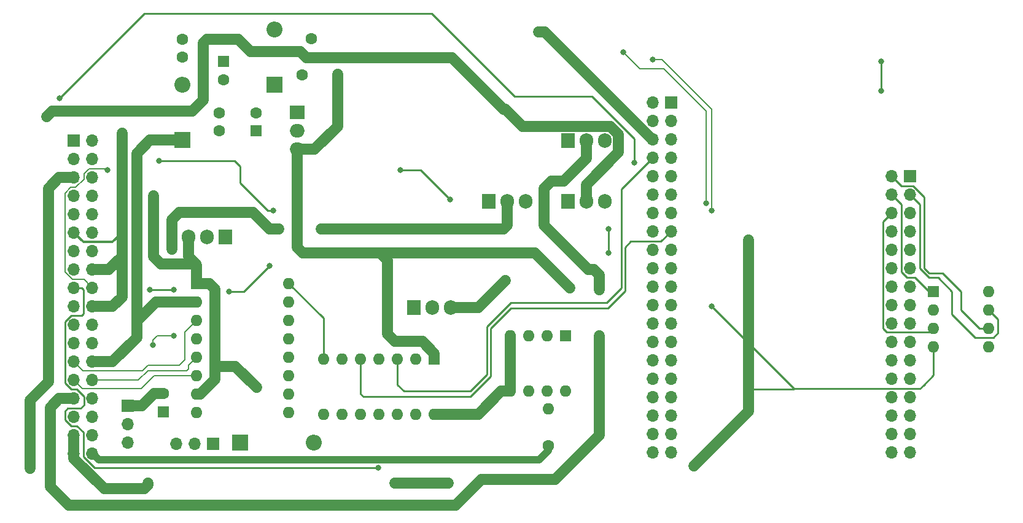
<source format=gbr>
%TF.GenerationSoftware,KiCad,Pcbnew,(6.0.0)*%
%TF.CreationDate,2022-01-12T02:58:20-05:00*%
%TF.ProjectId,klxecu,6b6c7865-6375-42e6-9b69-6361645f7063,rev?*%
%TF.SameCoordinates,Original*%
%TF.FileFunction,Copper,L2,Bot*%
%TF.FilePolarity,Positive*%
%FSLAX46Y46*%
G04 Gerber Fmt 4.6, Leading zero omitted, Abs format (unit mm)*
G04 Created by KiCad (PCBNEW (6.0.0)) date 2022-01-12 02:58:20*
%MOMM*%
%LPD*%
G01*
G04 APERTURE LIST*
%TA.AperFunction,ComponentPad*%
%ADD10R,1.905000X2.000000*%
%TD*%
%TA.AperFunction,ComponentPad*%
%ADD11O,1.905000X2.000000*%
%TD*%
%TA.AperFunction,ComponentPad*%
%ADD12R,1.600000X1.600000*%
%TD*%
%TA.AperFunction,ComponentPad*%
%ADD13O,1.600000X1.600000*%
%TD*%
%TA.AperFunction,ComponentPad*%
%ADD14C,1.600000*%
%TD*%
%TA.AperFunction,ComponentPad*%
%ADD15R,1.700000X1.700000*%
%TD*%
%TA.AperFunction,ComponentPad*%
%ADD16O,1.700000X1.700000*%
%TD*%
%TA.AperFunction,ComponentPad*%
%ADD17R,2.200000X2.200000*%
%TD*%
%TA.AperFunction,ComponentPad*%
%ADD18O,2.200000X2.200000*%
%TD*%
%TA.AperFunction,ComponentPad*%
%ADD19R,2.000000X1.905000*%
%TD*%
%TA.AperFunction,ComponentPad*%
%ADD20O,2.000000X1.905000*%
%TD*%
%TA.AperFunction,ViaPad*%
%ADD21C,0.800000*%
%TD*%
%TA.AperFunction,Conductor*%
%ADD22C,0.250000*%
%TD*%
%TA.AperFunction,Conductor*%
%ADD23C,1.500000*%
%TD*%
%TA.AperFunction,Conductor*%
%ADD24C,0.375000*%
%TD*%
%TA.AperFunction,Conductor*%
%ADD25C,0.200000*%
%TD*%
%TA.AperFunction,Conductor*%
%ADD26C,1.000000*%
%TD*%
G04 APERTURE END LIST*
D10*
%TO.P,Q3,1,G*%
%TO.N,Net-(Q3-Pad1)*%
X77869489Y-59581489D03*
D11*
%TO.P,Q3,2,D*%
%TO.N,CHECK ENGINE*%
X80409489Y-59581489D03*
%TO.P,Q3,3,S*%
%TO.N,GND*%
X82949489Y-59581489D03*
%TD*%
D12*
%TO.P,A1,1,GND*%
%TO.N,GND*%
X47907489Y-56279489D03*
D13*
%TO.P,A1,2,VDD*%
%TO.N,+5V*%
X47907489Y-58819489D03*
%TO.P,A1,3,1B*%
%TO.N,SUB A -*%
X47907489Y-61359489D03*
%TO.P,A1,4,1A*%
%TO.N,SUB A +*%
X47907489Y-63899489D03*
%TO.P,A1,5,2A*%
%TO.N,SUB B +*%
X47907489Y-66439489D03*
%TO.P,A1,6,2B*%
%TO.N,SUB B -*%
X47907489Y-68979489D03*
%TO.P,A1,7,GND*%
%TO.N,GND*%
X47907489Y-71519489D03*
%TO.P,A1,8,VMOT*%
%TO.N,Net-(C19-Pad1)*%
X47907489Y-74059489D03*
%TO.P,A1,9,~{ENABLE}*%
%TO.N,unconnected-(A1-Pad9)*%
X60607489Y-74059489D03*
%TO.P,A1,10,MS1*%
%TO.N,unconnected-(A1-Pad10)*%
X60607489Y-71519489D03*
%TO.P,A1,11,MS2*%
%TO.N,unconnected-(A1-Pad11)*%
X60607489Y-68979489D03*
%TO.P,A1,12,MS3*%
%TO.N,unconnected-(A1-Pad12)*%
X60607489Y-66439489D03*
%TO.P,A1,13,~{RESET}*%
%TO.N,Net-(A1-Pad13)*%
X60607489Y-63899489D03*
%TO.P,A1,14,~{SLEEP}*%
X60607489Y-61359489D03*
%TO.P,A1,15,STEP*%
%TO.N,Net-(A1-Pad15)*%
X60607489Y-58819489D03*
%TO.P,A1,16,DIR*%
%TO.N,Net-(A1-Pad16)*%
X60607489Y-56279489D03*
%TD*%
D12*
%TO.P,C24,1*%
%TO.N,+5V*%
X56098000Y-35270000D03*
D14*
%TO.P,C24,2*%
%TO.N,GND*%
X56098000Y-32770000D03*
%TD*%
D15*
%TO.P,J3,1,Pin_1*%
%TO.N,ARDUINO-A0*%
X146234000Y-41503511D03*
D16*
%TO.P,J3,2,Pin_2*%
%TO.N,ARDUINO-A1*%
X143694000Y-41503511D03*
%TO.P,J3,3,Pin_3*%
%TO.N,ARDUINO-A2*%
X146234000Y-44043511D03*
%TO.P,J3,4,Pin_4*%
%TO.N,ARDUINO-A3*%
X143694000Y-44043511D03*
%TO.P,J3,5,Pin_5*%
%TO.N,ARDUINO-A4*%
X146234000Y-46583511D03*
%TO.P,J3,6,Pin_6*%
%TO.N,ARDUINO-A5*%
X143694000Y-46583511D03*
%TO.P,J3,7,Pin_7*%
%TO.N,unconnected-(J3-Pad7)*%
X146234000Y-49123511D03*
%TO.P,J3,8,Pin_8*%
%TO.N,unconnected-(J3-Pad8)*%
X143694000Y-49123511D03*
%TO.P,J3,9,Pin_9*%
%TO.N,unconnected-(J3-Pad9)*%
X146234000Y-51663511D03*
%TO.P,J3,10,Pin_10*%
%TO.N,unconnected-(J3-Pad10)*%
X143694000Y-51663511D03*
%TO.P,J3,11,Pin_11*%
%TO.N,unconnected-(J3-Pad11)*%
X146234000Y-54203511D03*
%TO.P,J3,12,Pin_12*%
%TO.N,unconnected-(J3-Pad12)*%
X143694000Y-54203511D03*
%TO.P,J3,13,Pin_13*%
%TO.N,unconnected-(J3-Pad13)*%
X146234000Y-56743511D03*
%TO.P,J3,14,Pin_14*%
%TO.N,unconnected-(J3-Pad14)*%
X143694000Y-56743511D03*
%TO.P,J3,15,Pin_15*%
%TO.N,unconnected-(J3-Pad15)*%
X146234000Y-59283511D03*
%TO.P,J3,16,Pin_16*%
%TO.N,unconnected-(J3-Pad16)*%
X143694000Y-59283511D03*
%TO.P,J3,17,Pin_17*%
%TO.N,unconnected-(J3-Pad17)*%
X146234000Y-61823511D03*
%TO.P,J3,18,Pin_18*%
%TO.N,unconnected-(J3-Pad18)*%
X143694000Y-61823511D03*
%TO.P,J3,19,Pin_19*%
%TO.N,unconnected-(J3-Pad19)*%
X146234000Y-64363511D03*
%TO.P,J3,20,Pin_20*%
%TO.N,unconnected-(J3-Pad20)*%
X143694000Y-64363511D03*
%TO.P,J3,21,Pin_21*%
%TO.N,unconnected-(J3-Pad21)*%
X146234000Y-66903511D03*
%TO.P,J3,22,Pin_22*%
%TO.N,unconnected-(J3-Pad22)*%
X143694000Y-66903511D03*
%TO.P,J3,23,Pin_23*%
%TO.N,unconnected-(J3-Pad23)*%
X146234000Y-69443511D03*
%TO.P,J3,24,Pin_24*%
%TO.N,unconnected-(J3-Pad24)*%
X143694000Y-69443511D03*
%TO.P,J3,25,Pin_25*%
%TO.N,unconnected-(J3-Pad25)*%
X146234000Y-71983511D03*
%TO.P,J3,26,Pin_26*%
%TO.N,unconnected-(J3-Pad26)*%
X143694000Y-71983511D03*
%TO.P,J3,27,Pin_27*%
%TO.N,unconnected-(J3-Pad27)*%
X146234000Y-74523511D03*
%TO.P,J3,28,Pin_28*%
%TO.N,unconnected-(J3-Pad28)*%
X143694000Y-74523511D03*
%TO.P,J3,29,Pin_29*%
%TO.N,unconnected-(J3-Pad29)*%
X146234000Y-77063511D03*
%TO.P,J3,30,Pin_30*%
%TO.N,unconnected-(J3-Pad30)*%
X143694000Y-77063511D03*
%TO.P,J3,31,Pin_31*%
%TO.N,unconnected-(J3-Pad31)*%
X146234000Y-79603511D03*
%TO.P,J3,32,Pin_32*%
%TO.N,unconnected-(J3-Pad32)*%
X143694000Y-79603511D03*
%TD*%
D14*
%TO.P,C23,1*%
%TO.N,+5V*%
X51018000Y-35270000D03*
%TO.P,C23,2*%
%TO.N,GND*%
X51018000Y-32770000D03*
%TD*%
%TO.P,R33,1*%
%TO.N,IGN*%
X96393000Y-78642000D03*
D13*
%TO.P,R33,2*%
%TO.N,Net-(R32-Pad1)*%
X96393000Y-73562000D03*
%TD*%
D10*
%TO.P,Q2,1,G*%
%TO.N,Net-(Q2-Pad1)*%
X88138000Y-44958000D03*
D11*
%TO.P,Q2,2,D*%
%TO.N,FP RELAY*%
X90678000Y-44958000D03*
%TO.P,Q2,3,S*%
%TO.N,GND*%
X93218000Y-44958000D03*
%TD*%
D12*
%TO.P,C21,1*%
%TO.N,+12V*%
X51598000Y-25690000D03*
D14*
%TO.P,C21,2*%
%TO.N,GND*%
X51598000Y-28190000D03*
%TD*%
D12*
%TO.P,IC1,1,P1*%
%TO.N,ARDUINO-A3*%
X149489000Y-57388511D03*
D13*
%TO.P,IC1,2,P2*%
%TO.N,ARDUINO-A4*%
X149489000Y-59928511D03*
%TO.P,IC1,3,P3*%
%TO.N,ARDUINO-A5*%
X149489000Y-62468511D03*
%TO.P,IC1,4,P4*%
%TO.N,GND*%
X149489000Y-65008511D03*
%TO.P,IC1,5,P5*%
%TO.N,ARDUINO-A0*%
X157109000Y-65008511D03*
%TO.P,IC1,6,P6*%
%TO.N,ARDUINO-A1*%
X157109000Y-62468511D03*
%TO.P,IC1,7,P7*%
%TO.N,ARDUINO-A2*%
X157109000Y-59928511D03*
%TO.P,IC1,8,P8*%
%TO.N,+5V*%
X157109000Y-57388511D03*
%TD*%
D12*
%TO.P,U4,1,VDD*%
%TO.N,+5V*%
X98796000Y-63510000D03*
D13*
%TO.P,U4,2,INPUT*%
%TO.N,Net-(R24-Pad2)*%
X96256000Y-63510000D03*
%TO.P,U4,3,NC*%
%TO.N,unconnected-(U4-Pad3)*%
X93716000Y-63510000D03*
%TO.P,U4,4,GND*%
%TO.N,GND*%
X91176000Y-63510000D03*
%TO.P,U4,5,GND*%
X91176000Y-71130000D03*
%TO.P,U4,6,OUTPUT*%
%TO.N,Net-(R32-Pad1)*%
X93716000Y-71130000D03*
%TO.P,U4,7,OUTPUT*%
X96256000Y-71130000D03*
%TO.P,U4,8,VDD*%
%TO.N,+5V*%
X98796000Y-71130000D03*
%TD*%
D17*
%TO.P,D3,1,K*%
%TO.N,Net-(D3-Pad1)*%
X58638000Y-28920000D03*
D18*
%TO.P,D3,2,A*%
%TO.N,+12V*%
X58638000Y-21300000D03*
%TD*%
D17*
%TO.P,D4,1,K*%
%TO.N,+5V*%
X45938000Y-36540000D03*
D18*
%TO.P,D4,2,A*%
%TO.N,GND*%
X45938000Y-28920000D03*
%TD*%
D14*
%TO.P,C22,1*%
%TO.N,+12V*%
X45938000Y-22610000D03*
%TO.P,C22,2*%
%TO.N,GND*%
X45938000Y-25110000D03*
%TD*%
D10*
%TO.P,Q5,1,G*%
%TO.N,Net-(Q5-Pad1)*%
X99060000Y-36576000D03*
D11*
%TO.P,Q5,2,D*%
%TO.N,FAN RELAY*%
X101600000Y-36576000D03*
%TO.P,Q5,3,S*%
%TO.N,GND*%
X104140000Y-36576000D03*
%TD*%
D10*
%TO.P,Q1,1,G*%
%TO.N,Net-(Q1-Pad1)*%
X51816000Y-49855000D03*
D11*
%TO.P,Q1,2,D*%
%TO.N,INJECTOR*%
X49276000Y-49855000D03*
%TO.P,Q1,3,S*%
%TO.N,GND*%
X46736000Y-49855000D03*
%TD*%
D15*
%TO.P,JP2,1,A*%
%TO.N,+5V*%
X50183489Y-78377489D03*
D16*
%TO.P,JP2,2,C*%
%TO.N,Net-(C19-Pad1)*%
X47643489Y-78377489D03*
%TO.P,JP2,3,B*%
%TO.N,+12V*%
X45103489Y-78377489D03*
%TD*%
D17*
%TO.P,D1,1,K*%
%TO.N,INJECTOR*%
X53848000Y-78232000D03*
D18*
%TO.P,D1,2,A*%
%TO.N,Net-(D1-Pad2)*%
X64008000Y-78232000D03*
%TD*%
D15*
%TO.P,JP1,1,A*%
%TO.N,GND*%
X38354000Y-73167000D03*
D16*
%TO.P,JP1,2,C*%
%TO.N,O2S HEAT +*%
X38354000Y-75707000D03*
%TO.P,JP1,3,B*%
%TO.N,+12V*%
X38354000Y-78247000D03*
%TD*%
D19*
%TO.P,U6,1,VI*%
%TO.N,Net-(D3-Pad1)*%
X61758000Y-32730000D03*
D20*
%TO.P,U6,2,GND*%
%TO.N,GND*%
X61758000Y-35270000D03*
%TO.P,U6,3,VO*%
%TO.N,+5V*%
X61758000Y-37810000D03*
%TD*%
D12*
%TO.P,C19,1*%
%TO.N,Net-(C19-Pad1)*%
X43325489Y-73994602D03*
D14*
%TO.P,C19,2*%
%TO.N,GND*%
X43325489Y-71494602D03*
%TD*%
D15*
%TO.P,J1,1,Pin_1*%
%TO.N,unconnected-(J1-Pad1)*%
X113284000Y-31343511D03*
D16*
%TO.P,J1,2,Pin_2*%
%TO.N,unconnected-(J1-Pad2)*%
X110744000Y-31343511D03*
%TO.P,J1,3,Pin_3*%
%TO.N,GND*%
X113284000Y-33883511D03*
%TO.P,J1,4,Pin_4*%
X110744000Y-33883511D03*
%TO.P,J1,5,Pin_5*%
%TO.N,+5V*%
X113284000Y-36423511D03*
%TO.P,J1,6,Pin_6*%
X110744000Y-36423511D03*
%TO.P,J1,7,Pin_7*%
%TO.N,unconnected-(J1-Pad7)*%
X113284000Y-38963511D03*
%TO.P,J1,8,Pin_8*%
%TO.N,ARDUINO-RST*%
X110744000Y-38963511D03*
%TO.P,J1,9,Pin_9*%
%TO.N,unconnected-(J1-Pad9)*%
X113284000Y-41503511D03*
%TO.P,J1,10,Pin_10*%
%TO.N,unconnected-(J1-Pad10)*%
X110744000Y-41503511D03*
%TO.P,J1,11,Pin_11*%
%TO.N,unconnected-(J1-Pad11)*%
X113284000Y-44043511D03*
%TO.P,J1,12,Pin_12*%
%TO.N,ARDUINO-D3*%
X110744000Y-44043511D03*
%TO.P,J1,13,Pin_13*%
%TO.N,ARDUINO-D4*%
X113284000Y-46583511D03*
%TO.P,J1,14,Pin_14*%
%TO.N,ARDUINO-D5*%
X110744000Y-46583511D03*
%TO.P,J1,15,Pin_15*%
%TO.N,ARDUINO-D6*%
X113284000Y-49123511D03*
%TO.P,J1,16,Pin_16*%
%TO.N,ARDUINO-D7*%
X110744000Y-49123511D03*
%TO.P,J1,17,Pin_17*%
%TO.N,ARDUINO-D8*%
X113284000Y-51663511D03*
%TO.P,J1,18,Pin_18*%
%TO.N,unconnected-(J1-Pad18)*%
X110744000Y-51663511D03*
%TO.P,J1,19,Pin_19*%
%TO.N,unconnected-(J1-Pad19)*%
X113284000Y-54203511D03*
%TO.P,J1,20,Pin_20*%
%TO.N,unconnected-(J1-Pad20)*%
X110744000Y-54203511D03*
%TO.P,J1,21,Pin_21*%
%TO.N,unconnected-(J1-Pad21)*%
X113284000Y-56743511D03*
%TO.P,J1,22,Pin_22*%
%TO.N,unconnected-(J1-Pad22)*%
X110744000Y-56743511D03*
%TO.P,J1,23,Pin_23*%
%TO.N,unconnected-(J1-Pad23)*%
X113284000Y-59283511D03*
%TO.P,J1,24,Pin_24*%
%TO.N,unconnected-(J1-Pad24)*%
X110744000Y-59283511D03*
%TO.P,J1,25,Pin_25*%
%TO.N,unconnected-(J1-Pad25)*%
X113284000Y-61823511D03*
%TO.P,J1,26,Pin_26*%
%TO.N,unconnected-(J1-Pad26)*%
X110744000Y-61823511D03*
%TO.P,J1,27,Pin_27*%
%TO.N,unconnected-(J1-Pad27)*%
X113284000Y-64363511D03*
%TO.P,J1,28,Pin_28*%
%TO.N,ARDUINO-D19*%
X110744000Y-64363511D03*
%TO.P,J1,29,Pin_29*%
%TO.N,unconnected-(J1-Pad29)*%
X113284000Y-66903511D03*
%TO.P,J1,30,Pin_30*%
%TO.N,unconnected-(J1-Pad30)*%
X110744000Y-66903511D03*
%TO.P,J1,31,Pin_31*%
%TO.N,unconnected-(J1-Pad31)*%
X113284000Y-69443511D03*
%TO.P,J1,32,Pin_32*%
%TO.N,ARDUINO-D23*%
X110744000Y-69443511D03*
%TO.P,J1,33,Pin_33*%
%TO.N,unconnected-(J1-Pad33)*%
X113284000Y-71983511D03*
%TO.P,J1,34,Pin_34*%
%TO.N,unconnected-(J1-Pad34)*%
X110744000Y-71983511D03*
%TO.P,J1,35,Pin_35*%
%TO.N,unconnected-(J1-Pad35)*%
X113284000Y-74523511D03*
%TO.P,J1,36,Pin_36*%
%TO.N,unconnected-(J1-Pad36)*%
X110744000Y-74523511D03*
%TO.P,J1,37,Pin_37*%
%TO.N,unconnected-(J1-Pad37)*%
X113284000Y-77063511D03*
%TO.P,J1,38,Pin_38*%
%TO.N,unconnected-(J1-Pad38)*%
X110744000Y-77063511D03*
%TO.P,J1,39,Pin_39*%
%TO.N,unconnected-(J1-Pad39)*%
X113284000Y-79603511D03*
%TO.P,J1,40,Pin_40*%
%TO.N,unconnected-(J1-Pad40)*%
X110744000Y-79603511D03*
%TD*%
D15*
%TO.P,J2,1,Pin_1*%
%TO.N,+BATT*%
X30983000Y-36591000D03*
D16*
%TO.P,J2,2,Pin_2*%
%TO.N,NEUTRAL SW*%
X30983000Y-39131000D03*
%TO.P,J2,3,Pin_3*%
%TO.N,CHECK ENGINE*%
X30983000Y-41671000D03*
%TO.P,J2,4,Pin_4*%
%TO.N,CLT*%
X30983000Y-44211000D03*
%TO.P,J2,5,Pin_5*%
%TO.N,ARDUINO-D3*%
X30983000Y-46751000D03*
%TO.P,J2,6,Pin_6*%
%TO.N,GND*%
X30983000Y-49291000D03*
%TO.P,J2,7,Pin_7*%
%TO.N,IAT*%
X30983000Y-51831000D03*
%TO.P,J2,8,Pin_8*%
%TO.N,SPEED*%
X30983000Y-54371000D03*
%TO.P,J2,9,Pin_9*%
%TO.N,SUB TPS*%
X30983000Y-56911000D03*
%TO.P,J2,10,Pin_10*%
%TO.N,TEMP WARN*%
X30983000Y-59451000D03*
%TO.P,J2,11,Pin_11*%
%TO.N,KICKSTAND SW*%
X30983000Y-61991000D03*
%TO.P,J2,12,Pin_12*%
%TO.N,AIR VALVE*%
X30983000Y-64531000D03*
%TO.P,J2,13,Pin_13*%
%TO.N,SUB A -*%
X30983000Y-67071000D03*
%TO.P,J2,14,Pin_14*%
%TO.N,SUB B -*%
X30983000Y-69611000D03*
%TO.P,J2,15,Pin_15*%
%TO.N,FAN RELAY*%
X30983000Y-72151000D03*
%TO.P,J2,16,Pin_16*%
%TO.N,KILL SW*%
X30983000Y-74691000D03*
%TO.P,J2,17,Pin_17*%
%TO.N,GND*%
X30983000Y-77231000D03*
%TO.P,J2,18,Pin_18*%
X30983000Y-79771000D03*
%TO.P,J2,19,Pin_19*%
%TO.N,+12V*%
X33523000Y-36591000D03*
%TO.P,J2,20,Pin_20*%
%TO.N,Vehicle Down*%
X33523000Y-39131000D03*
%TO.P,J2,21,Pin_21*%
%TO.N,CKP +*%
X33523000Y-41671000D03*
%TO.P,J2,22,Pin_22*%
%TO.N,unconnected-(J2-Pad22)*%
X33523000Y-44211000D03*
%TO.P,J2,23,Pin_23*%
%TO.N,TPS*%
X33523000Y-46751000D03*
%TO.P,J2,24,Pin_24*%
%TO.N,MAP*%
X33523000Y-49291000D03*
%TO.P,J2,25,Pin_25*%
%TO.N,O2S +*%
X33523000Y-51831000D03*
%TO.P,J2,26,Pin_26*%
%TO.N,GND*%
X33523000Y-54371000D03*
%TO.P,J2,27,Pin_27*%
%TO.N,CKP -*%
X33523000Y-56911000D03*
%TO.P,J2,28,Pin_28*%
%TO.N,GND*%
X33523000Y-59451000D03*
%TO.P,J2,29,Pin_29*%
%TO.N,FP RELAY*%
X33523000Y-61991000D03*
%TO.P,J2,30,Pin_30*%
%TO.N,CLUTCH SW*%
X33523000Y-64531000D03*
%TO.P,J2,31,Pin_31*%
%TO.N,+5V*%
X33523000Y-67071000D03*
%TO.P,J2,32,Pin_32*%
%TO.N,SUB B +*%
X33523000Y-69611000D03*
%TO.P,J2,33,Pin_33*%
%TO.N,SUB A +*%
X33523000Y-72151000D03*
%TO.P,J2,34,Pin_34*%
%TO.N,INJECTOR*%
X33523000Y-74691000D03*
%TO.P,J2,35,Pin_35*%
%TO.N,O2S HEAT +*%
X33523000Y-77231000D03*
%TO.P,J2,36,Pin_36*%
%TO.N,IGN*%
X33523000Y-79771000D03*
%TD*%
D12*
%TO.P,U2,1,VCC*%
%TO.N,+5V*%
X80663489Y-66693489D03*
D13*
%TO.P,U2,2,XTAL1/PB0*%
%TO.N,ATTINY-D10*%
X78123489Y-66693489D03*
%TO.P,U2,3,XTAL2/PB1*%
%TO.N,ARDUINO-RST*%
X75583489Y-66693489D03*
%TO.P,U2,4,~{RESET}/PB3*%
%TO.N,+5V*%
X73043489Y-66693489D03*
%TO.P,U2,5,PB2*%
%TO.N,ARDUINO-D6*%
X70503489Y-66693489D03*
%TO.P,U2,6,PA7*%
%TO.N,unconnected-(U2-Pad6)*%
X67963489Y-66693489D03*
%TO.P,U2,7,PA6*%
%TO.N,Net-(A1-Pad16)*%
X65423489Y-66693489D03*
%TO.P,U2,8,PA5*%
%TO.N,Net-(A1-Pad15)*%
X65423489Y-74313489D03*
%TO.P,U2,9,PA4*%
%TO.N,ATTINY-A4*%
X67963489Y-74313489D03*
%TO.P,U2,10,PA3*%
%TO.N,ATTINY-A3*%
X70503489Y-74313489D03*
%TO.P,U2,11,PA2*%
%TO.N,ATTINY-A2*%
X73043489Y-74313489D03*
%TO.P,U2,12,PA1*%
%TO.N,ATTINY-A1*%
X75583489Y-74313489D03*
%TO.P,U2,13,AREF/PA0*%
%TO.N,unconnected-(U2-Pad13)*%
X78123489Y-74313489D03*
%TO.P,U2,14,GND*%
%TO.N,GND*%
X80663489Y-74313489D03*
%TD*%
D10*
%TO.P,Q4,1,G*%
%TO.N,Net-(Q4-Pad1)*%
X99060000Y-44958000D03*
D11*
%TO.P,Q4,2,D*%
%TO.N,TEMP WARN*%
X101600000Y-44958000D03*
%TO.P,Q4,3,S*%
%TO.N,GND*%
X104140000Y-44958000D03*
%TD*%
D14*
%TO.P,U5,1*%
%TO.N,+12V*%
X63718000Y-22570000D03*
%TO.P,U5,2*%
%TO.N,GND*%
X62418000Y-27570000D03*
%TD*%
D21*
%TO.N,GND*%
X41910000Y-44196000D03*
X104648000Y-52070000D03*
X56134000Y-70612000D03*
X116421500Y-81444500D03*
X123952000Y-50292000D03*
X82550000Y-83820000D03*
X75184000Y-83820000D03*
X123952000Y-70866000D03*
X118872000Y-59436000D03*
X104648000Y-48768000D03*
X90424000Y-55880000D03*
X37592000Y-35560000D03*
X41148000Y-83820000D03*
X37592000Y-44704000D03*
%TO.N,+5V*%
X99314000Y-56896000D03*
X67310000Y-27432000D03*
X94996000Y-21590000D03*
%TO.N,FP RELAY*%
X44450000Y-51562000D03*
X59182000Y-48768000D03*
X65024000Y-48768000D03*
%TO.N,FAN RELAY*%
X103378000Y-57150000D03*
X103378000Y-63500000D03*
%TO.N,ARDUINO-D8*%
X82804000Y-44704000D03*
X75946000Y-40640000D03*
%TO.N,+BATT*%
X142240000Y-25654000D03*
X142240000Y-29718000D03*
%TO.N,CHECK ENGINE*%
X24892000Y-81788000D03*
%TO.N,ARDUINO-D3*%
X28956000Y-30734000D03*
X108204000Y-39624000D03*
%TO.N,SUB TPS*%
X72898000Y-81720500D03*
%TO.N,TEMP WARN*%
X27178000Y-33274000D03*
%TO.N,KICKSTAND SW*%
X52324000Y-57404000D03*
X57912000Y-53848000D03*
X44704000Y-57150000D03*
X41402000Y-57150000D03*
X57912000Y-53848000D03*
%TO.N,Vehicle Down*%
X42672000Y-39370000D03*
X58420000Y-46228000D03*
%TO.N,CKP +*%
X118872000Y-46228000D03*
X110744000Y-25400000D03*
%TO.N,CKP -*%
X118110000Y-45212000D03*
X35560000Y-40640000D03*
X106680000Y-24384000D03*
%TO.N,SUB A +*%
X41830500Y-64770000D03*
X44704000Y-63500000D03*
%TD*%
D22*
%TO.N,GND*%
X149489000Y-65008511D02*
X149489000Y-68951000D01*
D23*
X47907489Y-53749489D02*
X47752000Y-53594000D01*
X50437489Y-69487489D02*
X48405489Y-71519489D01*
X123952000Y-73914000D02*
X116421500Y-81444500D01*
X42926000Y-53594000D02*
X41910000Y-52578000D01*
X33523000Y-59451000D02*
X36307000Y-59451000D01*
X47907489Y-56279489D02*
X49675489Y-56279489D01*
X35799000Y-54371000D02*
X33523000Y-54371000D01*
X75184000Y-83820000D02*
X82550000Y-83820000D01*
X53231489Y-67709489D02*
X50437489Y-67709489D01*
X30983000Y-80411610D02*
X35153390Y-84582000D01*
D22*
X123952000Y-70866000D02*
X130188000Y-70866000D01*
D23*
X41148000Y-84074000D02*
X41148000Y-83820000D01*
X37592000Y-58166000D02*
X37592000Y-52578000D01*
X41910000Y-52578000D02*
X41910000Y-44196000D01*
X30983000Y-77231000D02*
X30983000Y-80411610D01*
X42043398Y-71494602D02*
X40371000Y-73167000D01*
D22*
X147631000Y-70809000D02*
X130245000Y-70809000D01*
D23*
X36307000Y-59451000D02*
X37592000Y-58166000D01*
X47907489Y-56279489D02*
X47907489Y-53749489D01*
X50437489Y-67709489D02*
X50437489Y-69487489D01*
X37592000Y-44704000D02*
X37592000Y-35560000D01*
X47752000Y-53594000D02*
X42926000Y-53594000D01*
X123952000Y-50292000D02*
X123952000Y-73914000D01*
X40640000Y-84582000D02*
X41148000Y-84074000D01*
X82949489Y-59581489D02*
X86722511Y-59581489D01*
X46736000Y-52578000D02*
X46736000Y-49855000D01*
D24*
X32285989Y-50593989D02*
X36274011Y-50593989D01*
D23*
X86722511Y-59581489D02*
X90424000Y-55880000D01*
X37592000Y-49276000D02*
X37592000Y-44704000D01*
X37592000Y-52578000D02*
X35799000Y-54371000D01*
X50437489Y-57041489D02*
X50437489Y-67709489D01*
D22*
X130245000Y-70809000D02*
X118872000Y-59436000D01*
D23*
X35153390Y-84582000D02*
X40640000Y-84582000D01*
X89906000Y-71130000D02*
X86722511Y-74313489D01*
X40371000Y-73167000D02*
X38354000Y-73167000D01*
D22*
X130188000Y-70866000D02*
X130245000Y-70809000D01*
D23*
X91176000Y-71130000D02*
X89906000Y-71130000D01*
D24*
X30983000Y-49291000D02*
X32285989Y-50593989D01*
D22*
X104648000Y-52070000D02*
X104648000Y-48768000D01*
D23*
X37592000Y-52578000D02*
X37592000Y-49276000D01*
X48405489Y-71519489D02*
X47907489Y-71519489D01*
X56134000Y-70612000D02*
X53231489Y-67709489D01*
X91176000Y-63510000D02*
X91176000Y-71130000D01*
D22*
X148082000Y-70358000D02*
X147631000Y-70809000D01*
D23*
X43325489Y-71494602D02*
X42043398Y-71494602D01*
X47907489Y-53749489D02*
X46736000Y-52578000D01*
D22*
X149489000Y-68951000D02*
X148082000Y-70358000D01*
D24*
X36274011Y-50593989D02*
X37592000Y-49276000D01*
D23*
X49675489Y-56279489D02*
X50437489Y-57041489D01*
X86722511Y-74313489D02*
X80663489Y-74313489D01*
D22*
%TO.N,ARDUINO-A3*%
X145059489Y-45409000D02*
X145059489Y-54690010D01*
X145842990Y-55473511D02*
X146939000Y-55473511D01*
X146939000Y-55473511D02*
X148854000Y-57388511D01*
X145059489Y-54690010D02*
X145842990Y-55473511D01*
X143694000Y-44043511D02*
X145059489Y-45409000D01*
X148854000Y-57388511D02*
X149489000Y-57388511D01*
%TO.N,ARDUINO-A5*%
X149489000Y-62468511D02*
X148959489Y-62998022D01*
X142519489Y-47758022D02*
X143694000Y-46583511D01*
X148959489Y-62998022D02*
X143033511Y-62998022D01*
X142519489Y-62484000D02*
X142519489Y-47758022D01*
X143033511Y-62998022D02*
X142519489Y-62484000D01*
%TO.N,ARDUINO-A2*%
X158369000Y-63093511D02*
X158369000Y-61188511D01*
X152019000Y-60553511D02*
X155194000Y-63728511D01*
X158369000Y-61188511D02*
X157109000Y-59928511D01*
X155194000Y-63728511D02*
X157734000Y-63728511D01*
X147574000Y-45383511D02*
X147574000Y-54203511D01*
X148844000Y-55473511D02*
X150114000Y-55473511D01*
X157734000Y-63728511D02*
X158369000Y-63093511D01*
X147574000Y-54203511D02*
X148844000Y-55473511D01*
X150114000Y-55473511D02*
X152019000Y-57378511D01*
X146234000Y-44043511D02*
X147574000Y-45383511D01*
X152019000Y-57378511D02*
X152019000Y-60553511D01*
%TO.N,ARDUINO-A1*%
X155839000Y-62468511D02*
X157109000Y-62468511D01*
X153289000Y-59918511D02*
X155839000Y-62468511D01*
X150749000Y-54838511D02*
X153289000Y-57378511D01*
X148844718Y-54838511D02*
X150749000Y-54838511D01*
X148209000Y-54202793D02*
X148844718Y-54838511D01*
X148209000Y-44357501D02*
X148209000Y-54202793D01*
X153289000Y-57378511D02*
X153289000Y-59918511D01*
X143694000Y-41503511D02*
X145059489Y-42869000D01*
X146720499Y-42869000D02*
X148209000Y-44357501D01*
X145059489Y-42869000D02*
X146720499Y-42869000D01*
D23*
%TO.N,+5V*%
X73152000Y-52070000D02*
X94488000Y-52070000D01*
X67310000Y-34663000D02*
X67310000Y-27432000D01*
X39624000Y-38354000D02*
X41438000Y-36540000D01*
X94488000Y-52070000D02*
X99314000Y-56896000D01*
X75184000Y-64262000D02*
X78994000Y-64262000D01*
X78994000Y-64262000D02*
X80663489Y-65931489D01*
X61758000Y-51344000D02*
X62484000Y-52070000D01*
X39624000Y-61468000D02*
X39624000Y-38354000D01*
X41438000Y-36540000D02*
X45938000Y-36540000D01*
X73152000Y-52070000D02*
X74168000Y-53086000D01*
X62484000Y-52070000D02*
X73152000Y-52070000D01*
X61758000Y-37810000D02*
X64163000Y-37810000D01*
X39624000Y-63754000D02*
X39624000Y-61468000D01*
X74168000Y-53086000D02*
X74168000Y-63246000D01*
X95905595Y-21590000D02*
X94996000Y-21590000D01*
X33523000Y-67071000D02*
X36307000Y-67071000D01*
X110744000Y-36423511D02*
X110739106Y-36423511D01*
X39624000Y-61468000D02*
X42272511Y-58819489D01*
X42272511Y-58819489D02*
X47907489Y-58819489D01*
X110739106Y-36423511D02*
X95905595Y-21590000D01*
X74168000Y-63246000D02*
X75184000Y-64262000D01*
X80663489Y-65931489D02*
X80663489Y-66693489D01*
X61758000Y-37810000D02*
X61758000Y-51344000D01*
X36307000Y-67071000D02*
X39624000Y-63754000D01*
X64163000Y-37810000D02*
X67310000Y-34663000D01*
%TO.N,FP RELAY*%
X57912000Y-48768000D02*
X59182000Y-48768000D01*
X90678000Y-48260000D02*
X90678000Y-44958000D01*
X44450000Y-51562000D02*
X44450000Y-47498000D01*
X44450000Y-47498000D02*
X45466000Y-46482000D01*
X45466000Y-46482000D02*
X55626000Y-46482000D01*
X55626000Y-46482000D02*
X57912000Y-48768000D01*
X90170000Y-48768000D02*
X90678000Y-48260000D01*
X65024000Y-48768000D02*
X90170000Y-48768000D01*
D22*
%TO.N,ARDUINO-D6*%
X70503489Y-71519489D02*
X70866000Y-71882000D01*
X88392000Y-69088000D02*
X88392000Y-62484000D01*
X106934000Y-57325499D02*
X106934000Y-51308000D01*
X70503489Y-66693489D02*
X70503489Y-71519489D01*
X91186000Y-59690000D02*
X104569499Y-59690000D01*
X85598000Y-71882000D02*
X88392000Y-69088000D01*
X70866000Y-71882000D02*
X85598000Y-71882000D01*
X111918511Y-50489000D02*
X113284000Y-49123511D01*
X107753000Y-50489000D02*
X111918511Y-50489000D01*
X88392000Y-62484000D02*
X91186000Y-59690000D01*
X106934000Y-51308000D02*
X107753000Y-50489000D01*
X104569499Y-59690000D02*
X106934000Y-57325499D01*
D23*
%TO.N,FAN RELAY*%
X95758000Y-48260000D02*
X101854000Y-54356000D01*
X97282000Y-83312000D02*
X87122000Y-83312000D01*
X30226000Y-86868000D02*
X27686000Y-84328000D01*
X27686000Y-84328000D02*
X27686000Y-73406000D01*
X96774000Y-42164000D02*
X95758000Y-43180000D01*
X101854000Y-54356000D02*
X102616000Y-54356000D01*
X87122000Y-83312000D02*
X83566000Y-86868000D01*
X83566000Y-86868000D02*
X30226000Y-86868000D01*
X95758000Y-43180000D02*
X95758000Y-48260000D01*
X101600000Y-36576000D02*
X101600000Y-39076000D01*
X98512000Y-42164000D02*
X96774000Y-42164000D01*
X103378000Y-63500000D02*
X103378000Y-77216000D01*
X102616000Y-54356000D02*
X103378000Y-55118000D01*
X103378000Y-55118000D02*
X103378000Y-57150000D01*
X101600000Y-39076000D02*
X98512000Y-42164000D01*
X103378000Y-77216000D02*
X97282000Y-83312000D01*
X27686000Y-73406000D02*
X28941000Y-72151000D01*
X28941000Y-72151000D02*
X30983000Y-72151000D01*
D22*
%TO.N,ARDUINO-RST*%
X75583489Y-70249489D02*
X76454000Y-71120000D01*
X87884000Y-62230000D02*
X91186000Y-58928000D01*
X85598000Y-71120000D02*
X87884000Y-68834000D01*
X91186000Y-58928000D02*
X104394000Y-58928000D01*
X75583489Y-66693489D02*
X75583489Y-70249489D01*
X76454000Y-71120000D02*
X85598000Y-71120000D01*
X106426000Y-56896000D02*
X106426000Y-43281511D01*
X104394000Y-58928000D02*
X106426000Y-56896000D01*
X106426000Y-43281511D02*
X110744000Y-38963511D01*
X87884000Y-68834000D02*
X87884000Y-62230000D01*
%TO.N,ARDUINO-D8*%
X78740000Y-40640000D02*
X75946000Y-40640000D01*
X82804000Y-44704000D02*
X78740000Y-40640000D01*
%TO.N,+BATT*%
X142240000Y-25654000D02*
X142240000Y-29718000D01*
D23*
%TO.N,CHECK ENGINE*%
X24892000Y-81788000D02*
X24892000Y-72390000D01*
X27432000Y-43180000D02*
X28941000Y-41671000D01*
X24892000Y-72390000D02*
X27432000Y-69850000D01*
X28941000Y-41671000D02*
X30983000Y-41671000D01*
X27432000Y-69850000D02*
X27432000Y-43180000D01*
D22*
%TO.N,ARDUINO-D3*%
X80264000Y-19050000D02*
X40640000Y-19050000D01*
X102362000Y-30480000D02*
X91694000Y-30480000D01*
X108204000Y-39624000D02*
X108204000Y-36322000D01*
X108204000Y-36322000D02*
X102362000Y-30480000D01*
X91694000Y-30480000D02*
X80264000Y-19050000D01*
X40640000Y-19050000D02*
X28956000Y-30734000D01*
%TO.N,SUB TPS*%
X32348489Y-71855479D02*
X31359010Y-70866000D01*
X32258000Y-76844990D02*
X31359010Y-75946000D01*
X29718000Y-75087010D02*
X29718000Y-73914000D01*
X29718000Y-73914000D02*
X30115511Y-73516489D01*
X32004000Y-56896000D02*
X30998000Y-56896000D01*
X29718000Y-61594990D02*
X30606990Y-60706000D01*
X29718000Y-70007010D02*
X29718000Y-61594990D01*
X31359010Y-70866000D02*
X30576990Y-70866000D01*
X30998000Y-56896000D02*
X30983000Y-56911000D01*
X30115511Y-73516489D02*
X31893511Y-73516489D01*
X30576990Y-75946000D02*
X29718000Y-75087010D01*
X72898000Y-81720500D02*
X33811490Y-81720500D01*
X32258000Y-60452000D02*
X32258000Y-57150000D01*
X33811490Y-81720500D02*
X32258000Y-80167010D01*
X32258000Y-80167010D02*
X32258000Y-76844990D01*
X32348489Y-73061511D02*
X32348489Y-71855479D01*
X30576990Y-70866000D02*
X29718000Y-70007010D01*
X32004000Y-60706000D02*
X32258000Y-60452000D01*
X32258000Y-57150000D02*
X32004000Y-56896000D01*
X31359010Y-75946000D02*
X30576990Y-75946000D01*
X30606990Y-60706000D02*
X32004000Y-60706000D01*
X31893511Y-73516489D02*
X32348489Y-73061511D01*
D23*
%TO.N,TEMP WARN*%
X106042020Y-35740658D02*
X106042020Y-38229980D01*
X49276000Y-22606000D02*
X53594000Y-22606000D01*
X90211522Y-32258000D02*
X90424000Y-32258000D01*
X62992000Y-25146000D02*
X83099522Y-25146000D01*
X27178000Y-33274000D02*
X27940000Y-32512000D01*
X106042020Y-38229980D02*
X101600000Y-42672000D01*
X48768000Y-30988000D02*
X48768000Y-23114000D01*
X47244000Y-32512000D02*
X48768000Y-30988000D01*
X83099522Y-25146000D02*
X90211522Y-32258000D01*
X101600000Y-42672000D02*
X101600000Y-44958000D01*
X62165511Y-24319511D02*
X62992000Y-25146000D01*
X55307511Y-24319511D02*
X62165511Y-24319511D01*
X48768000Y-23114000D02*
X49276000Y-22606000D01*
X104927842Y-34626480D02*
X106042020Y-35740658D01*
X92792480Y-34626480D02*
X104927842Y-34626480D01*
X53594000Y-22606000D02*
X55307511Y-24319511D01*
X90424000Y-32258000D02*
X92792480Y-34626480D01*
X27940000Y-32512000D02*
X47244000Y-32512000D01*
D22*
%TO.N,KICKSTAND SW*%
X54356000Y-57404000D02*
X57912000Y-53848000D01*
X52324000Y-57404000D02*
X54356000Y-57404000D01*
X41402000Y-57150000D02*
X44704000Y-57150000D01*
D25*
%TO.N,SUB A -*%
X45466000Y-67564000D02*
X46228000Y-66802000D01*
X30983000Y-67071000D02*
X32238000Y-68326000D01*
X32238000Y-68326000D02*
X40386000Y-68326000D01*
X46228000Y-66802000D02*
X46228000Y-63038978D01*
X41148000Y-67564000D02*
X45466000Y-67564000D01*
X40386000Y-68326000D02*
X41148000Y-67564000D01*
X46228000Y-63038978D02*
X47907489Y-61359489D01*
%TO.N,SUB B -*%
X32132511Y-70760511D02*
X40237489Y-70760511D01*
X42018511Y-68979489D02*
X47907489Y-68979489D01*
X40237489Y-70760511D02*
X42018511Y-68979489D01*
X30983000Y-69611000D02*
X32132511Y-70760511D01*
D22*
%TO.N,Vehicle Down*%
X53848000Y-40132000D02*
X53086000Y-39370000D01*
X58420000Y-46228000D02*
X57658000Y-46228000D01*
X53848000Y-42418000D02*
X53848000Y-40132000D01*
X57658000Y-46228000D02*
X53848000Y-42418000D01*
X53086000Y-39370000D02*
X42672000Y-39370000D01*
D25*
%TO.N,CKP +*%
X110744000Y-25400000D02*
X112014000Y-25400000D01*
X115824000Y-29210000D02*
X118872000Y-32258000D01*
X112014000Y-25400000D02*
X115824000Y-29210000D01*
X118872000Y-32258000D02*
X118872000Y-46228000D01*
%TO.N,CKP -*%
X35560000Y-40640000D02*
X35441489Y-40521489D01*
X30506856Y-43061489D02*
X29718000Y-43850345D01*
X29718000Y-54731655D02*
X30747834Y-55761489D01*
X29718000Y-43850345D02*
X29718000Y-54731655D01*
X32373489Y-41194856D02*
X32373489Y-41906166D01*
X31218166Y-43061489D02*
X30506856Y-43061489D01*
X35441489Y-40521489D02*
X33046856Y-40521489D01*
X106680000Y-24384000D02*
X108966000Y-26670000D01*
X30747834Y-55761489D02*
X32373489Y-55761489D01*
X33046856Y-40521489D02*
X32373489Y-41194856D01*
X118110000Y-32512000D02*
X118110000Y-45212000D01*
X32373489Y-55761489D02*
X33523000Y-56911000D01*
X108966000Y-26670000D02*
X112268000Y-26670000D01*
X32373489Y-41906166D02*
X31218166Y-43061489D01*
X35814000Y-40386000D02*
X35560000Y-40640000D01*
X112268000Y-26670000D02*
X118110000Y-32512000D01*
%TO.N,SUB B +*%
X46736000Y-68072000D02*
X46736000Y-67610978D01*
X33523000Y-69611000D02*
X39863000Y-69611000D01*
X39863000Y-69611000D02*
X41148000Y-68326000D01*
X46736000Y-67610978D02*
X47907489Y-66439489D01*
X41148000Y-68326000D02*
X46482000Y-68326000D01*
X46482000Y-68326000D02*
X46736000Y-68072000D01*
%TO.N,SUB A +*%
X41830500Y-64087500D02*
X42164000Y-63754000D01*
X41830500Y-64770000D02*
X41830500Y-64087500D01*
X42418000Y-63500000D02*
X44704000Y-63500000D01*
X42164000Y-63754000D02*
X42418000Y-63500000D01*
D26*
%TO.N,IGN*%
X95147000Y-80621000D02*
X96393000Y-79375000D01*
X96393000Y-79375000D02*
X96393000Y-78642000D01*
X34373000Y-80621000D02*
X95147000Y-80621000D01*
X33523000Y-79771000D02*
X34373000Y-80621000D01*
D22*
%TO.N,Net-(A1-Pad16)*%
X65423489Y-61095489D02*
X65423489Y-66693489D01*
X60607489Y-56279489D02*
X65423489Y-61095489D01*
%TD*%
M02*

</source>
